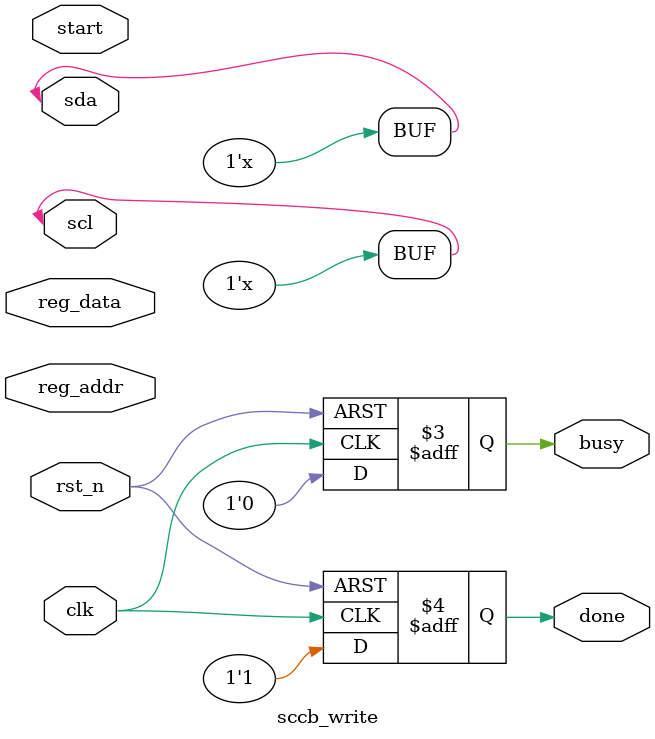
<source format=v>
`timescale 1ns / 1ps


module camera_interface(
    input  wire        clk,           // System clock (50MHz)
    input  wire        rst_n,         // Active-low reset
    input  wire [3:0]  key,           // For brightness/contrast control (optional)
    // Camera pinouts
    input  wire        cmos_pclk,     // Pixel clock from camera
    input  wire        cmos_href,     // Line valid
    input  wire        cmos_vsync,    // Frame valid
    input  wire [7:0]  cmos_db,       // 8-bit pixel data from camera
    inout  wire        cmos_sda,      // SCCB data
    inout  wire        cmos_scl,      // SCCB clock
    output wire        cmos_rst_n,    // Camera reset (active low)
    output wire        cmos_pwdn,     // Camera power down (active high)
    output wire        cmos_xclk,     // Camera external clock (24MHz)
    // Debugging
    output wire [3:0]  led,

    // --- Pixel stream outputs for object tracking ---
    output reg         pixel_valid,   // High for 1 clk when pixel_data is valid
    output reg         frame_valid,   // High during active frame
    output reg [9:0]   pixel_x,       // X coordinate of current pixel
    output reg [9:0]   pixel_y,       // Y coordinate of current pixel
    output reg [15:0]  pixel_data     // RGB565 pixel data
);

    // =========================================================================
    // Camera SCCB (I2C-like) Configuration
    // =========================================================================

    // Example: Minimal SCCB config for RGB565 output
    reg [15:0] message [0:7];
    initial begin
        message[0] = 16'h12_80; // Reset all registers
        message[1] = 16'h12_04; // COM7: Set RGB output
        message[2] = 16'h15_20; // PCLK does not toggle during HBLANK
        message[3] = 16'h40_d0; // COM15: RGB565, full range
        message[4] = 16'h3A_04; // TSLB: Set correct output data sequence
        message[5] = 16'h11_80; // CLKRC: Internal PLL matches input clock
        message[6] = 16'h0C_00; // COM3: Default
        message[7] = 16'h3E_00; // COM14: No scaling, normal pclk
    end

    // SCCB state machine signals
    reg [3:0]  sccb_state = 0;
    reg [2:0]  sccb_index = 0;
    reg        sccb_start = 0;
    reg        sccb_busy;
    reg        sccb_done;
    reg [7:0]  sccb_reg_addr;
    reg [7:0]  sccb_reg_data;

    // SCCB configuration state machine
    always @(posedge clk or negedge rst_n) begin
        if (!rst_n) begin
            sccb_state <= 0;
            sccb_index <= 0;
            sccb_start <= 0;
        end else begin
            case (sccb_state)
                0: begin // Idle, start config
                    sccb_index <= 0;
                    sccb_state <= 1;
                end
                1: begin // Start SCCB write
                    if (sccb_index < 8) begin
                        sccb_reg_addr <= message[sccb_index][15:8];
                        sccb_reg_data <= message[sccb_index][7:0];
                        sccb_start    <= 1;
                        sccb_state    <= 2;
                    end else begin
                        sccb_state <= 3; // Done
                    end
                end
                2: begin // Wait for SCCB write to finish
                    sccb_start <= 0;
                    if (sccb_done) begin
                        sccb_index <= sccb_index + 1;
                        sccb_state <= 1;
                    end
                end
                3: begin
                    // Configuration done, stay here
                    sccb_state <= 3;
                end
            endcase
        end
    end

    // SCCB (I2C) write module instantiation
    sccb_write sccb_inst (
        .clk(clk),
        .rst_n(rst_n),
        .start(sccb_start),
        .reg_addr(sccb_reg_addr),
        .reg_data(sccb_reg_data),
        .busy(sccb_busy),
        .done(sccb_done),
        .scl(cmos_scl),
        .sda(cmos_sda)
    );

    // =========================================================================
    // Camera Control Signals
    // =========================================================================
    assign cmos_pwdn  = 1'b0; // Always powered on
    assign cmos_rst_n = 1'b1; // Always out of reset

    // =========================================================================
    // Camera XCLK Generation (24MHz)
    // =========================================================================
    wire xclk_locked;
    dcm_24MHz dcm_xclk_inst (
        .clk(clk),           // 50MHz input
        .cmos_xclk(cmos_xclk), // 24MHz output
        .RESET(~rst_n),
        .LOCKED(xclk_locked)
    );

    // =========================================================================
    // Pixel Stream Capture Logic
    // =========================================================================

    reg [15:0] pixel_buf;    // Buffer for assembling 16-bit pixel
    reg        byte_toggle;  // Toggle between high and low byte
    reg [9:0]  x_cnt, y_cnt; // Pixel and line counters
    reg        href_d, vsync_d;

    // Frame valid logic (active when VSYNC is low)
    always @(posedge cmos_pclk or negedge rst_n) begin
        if (!rst_n) begin
            frame_valid <= 0;
            vsync_d     <= 0;
        end else begin
            vsync_d     <= cmos_vsync;
            frame_valid <= ~cmos_vsync;
        end
    end

    // Pixel and line counters, pixel assembly
    always @(posedge cmos_pclk or negedge rst_n) begin
        if (!rst_n) begin
            x_cnt       <= 0;
            y_cnt       <= 0;
            pixel_x     <= 0;
            pixel_y     <= 0;
            pixel_valid <= 0;
            pixel_data  <= 0;
            pixel_buf   <= 0;
            byte_toggle <= 0;
            href_d      <= 0;
        end else begin
            href_d <= cmos_href;

            // Reset counters at frame start
            if (!frame_valid) begin
                x_cnt <= 0;
                y_cnt <= 0;
            end else if (!cmos_href) begin
                x_cnt <= 0;
                if (href_d && !cmos_href) // falling edge of HREF
                    y_cnt <= y_cnt + 1;
            end else if (cmos_href) begin
                // Assemble RGB565 pixel: two bytes per pixel
                if (!byte_toggle) begin
                    pixel_buf[15:8] <= cmos_db;
                    byte_toggle     <= 1;
                    pixel_valid     <= 0;
                end else begin
                    pixel_buf[7:0]  <= cmos_db;
                    byte_toggle     <= 0;
                    pixel_valid     <= 1;
                    pixel_data      <= {pixel_buf[15:8], cmos_db};
                    pixel_x         <= x_cnt;
                    pixel_y         <= y_cnt;
                    x_cnt           <= x_cnt + 1;
                end
            end

            // If not assembling a pixel, pixel_valid is 0
            if (!cmos_href || !frame_valid)
                pixel_valid <= 0;
        end
    end

    // =========================================================================
    // Debug LEDs (optional: show frame/line activity)
    // =========================================================================
    assign led = {frame_valid, cmos_href, pixel_valid, byte_toggle};

endmodule

// ============================================================================
// SCCB (I2C) Write Module for Camera Register Configuration
// Simplified, blocking write for each register (not multi-master safe)
// ============================================================================
module sccb_write(
    input  wire clk,
    input  wire rst_n,
    input  wire start,
    input  wire [7:0] reg_addr,
    input  wire [7:0] reg_data,
    output reg  busy,
    output reg  done,
    inout  wire scl,
    inout  wire sda
);
    // For brevity, this is a placeholder.
    // In your real project, use your existing SCCB/I2C master module here.
    // This module should:
    //  - On 'start', send a write transaction to the OV7670 at address 0x42
    //  - Write reg_addr and reg_data
    //  - Set 'done' high for one clk when finished
    //  - Set 'busy' high while in progress

    // For now, tie off signals to avoid synthesis errors.
    assign scl = 1'bz;
    assign sda = 1'bz;
    always @(posedge clk or negedge rst_n) begin
        if (!rst_n) begin
            busy <= 0;
            done <= 0;
        end else begin
            busy <= 0;
            done <= 1; // Pretend done immediately (replace with real logic)
        end
    end
endmodule
</source>
